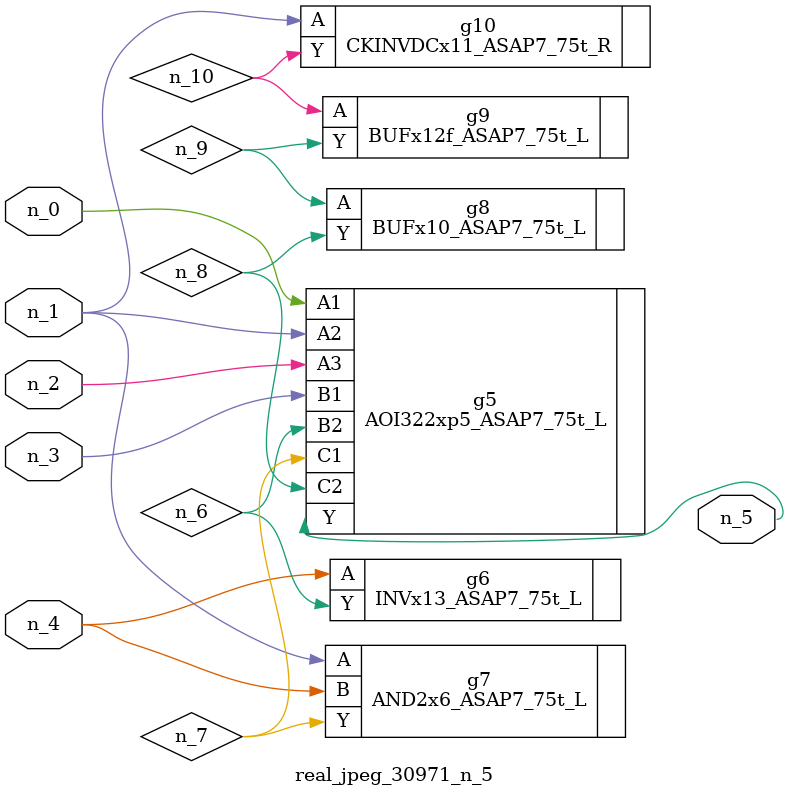
<source format=v>
module real_jpeg_30971_n_5 (n_4, n_0, n_1, n_2, n_3, n_5);

input n_4;
input n_0;
input n_1;
input n_2;
input n_3;

output n_5;

wire n_8;
wire n_6;
wire n_7;
wire n_10;
wire n_9;

AOI322xp5_ASAP7_75t_L g5 ( 
.A1(n_0),
.A2(n_1),
.A3(n_2),
.B1(n_3),
.B2(n_6),
.C1(n_7),
.C2(n_8),
.Y(n_5)
);

AND2x6_ASAP7_75t_L g7 ( 
.A(n_1),
.B(n_4),
.Y(n_7)
);

CKINVDCx11_ASAP7_75t_R g10 ( 
.A(n_1),
.Y(n_10)
);

INVx13_ASAP7_75t_L g6 ( 
.A(n_4),
.Y(n_6)
);

BUFx10_ASAP7_75t_L g8 ( 
.A(n_9),
.Y(n_8)
);

BUFx12f_ASAP7_75t_L g9 ( 
.A(n_10),
.Y(n_9)
);


endmodule
</source>
